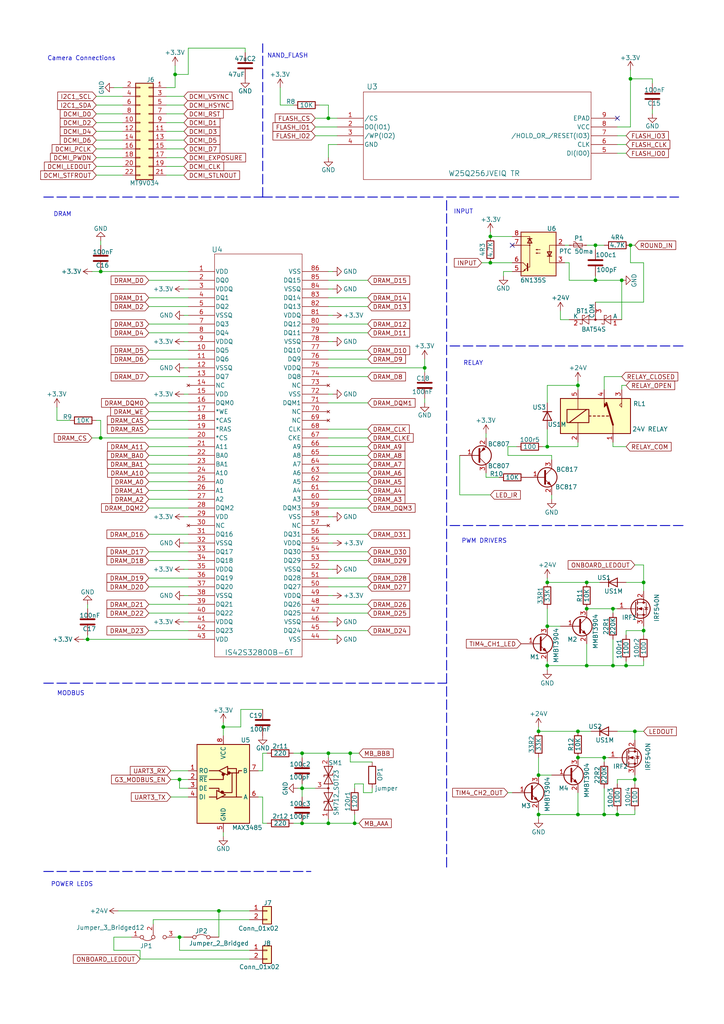
<source format=kicad_sch>
(kicad_sch (version 20231120) (generator "eeschema") (generator_version "8.0")
  (paper "A4" portrait)
  (title_block (title "Kamera Sensörü") (date "2024-07-26") (rev "ver.01") (company "Hiper Teknoloji") (comment 1 "designer@ Nevzat DURMAZ"))
  (junction (at 142.24 68.58))
  (junction (at 156.21 212.09))
  (junction (at 186.69 168.91))
  (junction (at 87.63 238.76))
  (junction (at 25.4 185.42))
  (junction (at 156.21 236.22))
  (junction (at 101.6 218.44))
  (junction (at 170.18 168.91))
  (junction (at 95.25 218.44))
  (junction (at 175.26 236.22))
  (junction (at 172.72 81.28))
  (junction (at 87.63 228.6))
  (junction (at 123.19 106.68))
  (junction (at 64.77 210.82))
  (junction (at 158.75 168.91))
  (junction (at 186.69 182.88))
  (junction (at 175.26 219.71))
  (junction (at 184.15 212.09))
  (junction (at 180.34 81.28))
  (junction (at 179.07 236.22))
  (junction (at 95.25 34.29))
  (junction (at 167.64 219.71))
  (junction (at 170.18 176.53))
  (junction (at 158.75 129.54))
  (junction (at 167.64 236.22))
  (junction (at 172.72 71.12))
  (junction (at 95.25 238.76))
  (junction (at 102.87 238.76))
  (junction (at 167.64 212.09))
  (junction (at 50.8 21.59))
  (junction (at 182.88 22.86))
  (junction (at 177.8 193.04))
  (junction (at 170.18 193.04))
  (junction (at 87.63 218.44))
  (junction (at 52.07 271.78))
  (junction (at 182.88 71.12))
  (junction (at 29.21 78.74))
  (junction (at 177.8 176.53))
  (junction (at 142.24 76.2))
  (junction (at 167.64 111.76))
  (junction (at 156.21 224.79))
  (junction (at 158.75 181.61))
  (junction (at 181.61 193.04))
  (junction (at 158.75 193.04))
  (junction (at 184.15 226.06))
  (junction (at 29.21 127))
  (junction (at 63.5 264.16))
  (junction (at 52.07 226.06))
  (no_connect (at 148.59 71.12))
  (no_connect (at 179.07 34.29))
  (wire (pts (xy 53.34 114.3) (xy 54.61 114.3)))
  (wire (pts (xy 95.25 41.91) (xy 97.79 41.91)))
  (wire (pts (xy 26.67 78.74) (xy 29.21 78.74)))
  (wire (pts (xy 165.1 81.28) (xy 172.72 81.28)))
  (wire (pts (xy 43.18 142.24) (xy 54.61 142.24)))
  (wire (pts (xy 81.28 30.48) (xy 81.28 25.4)))
  (wire (pts (xy 156.21 219.71) (xy 156.21 224.79)))
  (wire (pts (xy 140.97 137.16) (xy 140.97 138.43)))
  (wire (pts (xy 181.61 182.88) (xy 181.61 184.15)))
  (wire (pts (xy 27.94 40.64) (xy 35.56 40.64)))
  (wire (pts (xy 167.64 111.76) (xy 167.64 113.03)))
  (wire (pts (xy 106.68 132.08) (xy 95.25 132.08)))
  (wire (pts (xy 172.72 81.28) (xy 180.34 81.28)))
  (wire (pts (xy 49.53 231.14) (xy 54.61 231.14)))
  (wire (pts (xy 140.97 138.43) (xy 144.78 138.43)))
  (wire (pts (xy 64.77 210.82) (xy 64.77 213.36)))
  (wire (pts (xy 43.18 147.32) (xy 54.61 147.32)))
  (wire (pts (xy 43.18 162.56) (xy 54.61 162.56)))
  (polyline (pts (xy 12.7 198.12) (xy 129.54 198.12)) (stroke (width 0.254) (type dash)))
  (wire (pts (xy 95.25 238.76) (xy 102.87 238.76)))
  (wire (pts (xy 53.34 172.72) (xy 54.61 172.72)))
  (wire (pts (xy 50.8 19.05) (xy 50.8 21.59)))
  (wire (pts (xy 52.07 275.59) (xy 72.39 275.59)))
  (wire (pts (xy 53.34 33.02) (xy 48.26 33.02)))
  (wire (pts (xy 186.69 181.61) (xy 186.69 182.88)))
  (wire (pts (xy 156.21 236.22) (xy 167.64 236.22)))
  (wire (pts (xy 106.68 101.6) (xy 95.25 101.6)))
  (wire (pts (xy 123.19 107.95) (xy 123.19 106.68)))
  (wire (pts (xy 95.25 154.94) (xy 106.68 154.94)))
  (wire (pts (xy 156.21 224.79) (xy 160.02 224.79)))
  (wire (pts (xy 158.75 116.84) (xy 158.75 111.76)))
  (wire (pts (xy 157.48 129.54) (xy 158.75 129.54)))
  (wire (pts (xy 158.75 167.64) (xy 158.75 168.91)))
  (wire (pts (xy 184.15 212.09) (xy 184.15 214.63)))
  (wire (pts (xy 101.6 220.98) (xy 101.6 218.44)))
  (wire (pts (xy 175.26 113.03) (xy 175.26 109.22)))
  (wire (pts (xy 106.68 86.36) (xy 95.25 86.36)))
  (wire (pts (xy 43.18 88.9) (xy 54.61 88.9)))
  (wire (pts (xy 53.34 83.82) (xy 54.61 83.82)))
  (wire (pts (xy 102.87 227.33) (xy 102.87 228.6)))
  (wire (pts (xy 95.25 218.44) (xy 95.25 219.71)))
  (wire (pts (xy 25.4 184.15) (xy 25.4 185.42)))
  (wire (pts (xy 175.26 236.22) (xy 179.07 236.22)))
  (wire (pts (xy 43.18 175.26) (xy 54.61 175.26)))
  (wire (pts (xy 76.2 205.74) (xy 69.85 205.74)))
  (wire (pts (xy 170.18 186.69) (xy 170.18 193.04)))
  (wire (pts (xy 156.21 212.09) (xy 167.64 212.09)))
  (wire (pts (xy 27.94 33.02) (xy 35.56 33.02)))
  (wire (pts (xy 106.68 137.16) (xy 95.25 137.16)))
  (wire (pts (xy 64.77 241.3) (xy 64.77 242.57)))
  (wire (pts (xy 43.18 96.52) (xy 54.61 96.52)))
  (wire (pts (xy 158.75 111.76) (xy 167.64 111.76)))
  (wire (pts (xy 142.24 68.58) (xy 148.59 68.58)))
  (wire (pts (xy 71.12 15.24) (xy 71.12 13.97)))
  (wire (pts (xy 52.07 226.06) (xy 52.07 228.6)))
  (wire (pts (xy 29.21 69.85) (xy 29.21 71.12)))
  (wire (pts (xy 146.05 78.74) (xy 146.05 80.01)))
  (wire (pts (xy 175.26 228.6) (xy 175.26 236.22)))
  (wire (pts (xy 175.26 219.71) (xy 176.53 219.71)))
  (wire (pts (xy 95.25 218.44) (xy 101.6 218.44)))
  (wire (pts (xy 53.34 45.72) (xy 48.26 45.72)))
  (wire (pts (xy 54.61 13.97) (xy 54.61 21.59)))
  (wire (pts (xy 182.88 36.83) (xy 179.07 36.83)))
  (wire (pts (xy 106.68 104.14) (xy 95.25 104.14)))
  (wire (pts (xy 16.51 121.92) (xy 16.51 118.11)))
  (wire (pts (xy 85.09 30.48) (xy 81.28 30.48)))
  (wire (pts (xy 43.18 81.28) (xy 54.61 81.28)))
  (wire (pts (xy 189.23 22.86) (xy 189.23 24.13)))
  (wire (pts (xy 27.94 121.92) (xy 29.21 121.92)))
  (wire (pts (xy 186.69 163.83) (xy 184.15 163.83)))
  (wire (pts (xy 165.1 76.2) (xy 165.1 81.28)))
  (wire (pts (xy 43.18 160.02) (xy 54.61 160.02)))
  (wire (pts (xy 186.69 168.91) (xy 186.69 171.45)))
  (wire (pts (xy 76.2 223.52) (xy 76.2 218.44)))
  (wire (pts (xy 180.34 113.03) (xy 180.34 111.76)))
  (wire (pts (xy 29.21 127) (xy 54.61 127)))
  (wire (pts (xy 106.68 144.78) (xy 95.25 144.78)))
  (wire (pts (xy 69.85 210.82) (xy 64.77 210.82)))
  (wire (pts (xy 24.13 185.42) (xy 25.4 185.42)))
  (wire (pts (xy 54.61 223.52) (xy 49.53 223.52)))
  (wire (pts (xy 170.18 168.91) (xy 173.99 168.91)))
  (wire (pts (xy 147.32 229.87) (xy 148.59 229.87)))
  (wire (pts (xy 172.72 71.12) (xy 175.26 71.12)))
  (wire (pts (xy 27.94 45.72) (xy 35.56 45.72)))
  (wire (pts (xy 158.75 181.61) (xy 162.56 181.61)))
  (wire (pts (xy 43.18 93.98) (xy 54.61 93.98)))
  (wire (pts (xy 106.68 81.28) (xy 95.25 81.28)))
  (wire (pts (xy 20.32 121.92) (xy 16.51 121.92)))
  (wire (pts (xy 184.15 234.95) (xy 184.15 236.22)))
  (wire (pts (xy 27.94 48.26) (xy 35.56 48.26)))
  (wire (pts (xy 95.25 182.88) (xy 106.68 182.88)))
  (wire (pts (xy 186.69 182.88) (xy 186.69 184.15)))
  (wire (pts (xy 43.18 177.8) (xy 54.61 177.8)))
  (wire (pts (xy 53.34 149.86) (xy 54.61 149.86)))
  (wire (pts (xy 40.64 278.13) (xy 40.64 275.59)))
  (polyline (pts (xy 198.12 152.4) (xy 129.54 152.4)) (stroke (width 0.254) (type dash)))
  (wire (pts (xy 76.2 238.76) (xy 77.47 238.76)))
  (wire (pts (xy 33.02 275.59) (xy 33.02 271.78)))
  (wire (pts (xy 27.94 27.94) (xy 35.56 27.94)))
  (wire (pts (xy 43.18 104.14) (xy 54.61 104.14)))
  (wire (pts (xy 95.25 45.72) (xy 95.25 41.91)))
  (wire (pts (xy 142.24 143.51) (xy 133.35 143.51)))
  (wire (pts (xy 186.69 76.2) (xy 186.69 87.63)))
  (wire (pts (xy 54.61 21.59) (xy 50.8 21.59)))
  (wire (pts (xy 182.88 22.86) (xy 182.88 36.83)))
  (wire (pts (xy 50.8 21.59) (xy 50.8 25.4)))
  (wire (pts (xy 95.25 106.68) (xy 123.19 106.68)))
  (wire (pts (xy 63.5 264.16) (xy 72.39 264.16)))
  (wire (pts (xy 107.95 228.6) (xy 107.95 229.87)))
  (wire (pts (xy 44.45 266.7) (xy 44.45 267.97)))
  (wire (pts (xy 177.8 129.54) (xy 181.61 129.54)))
  (wire (pts (xy 43.18 129.54) (xy 54.61 129.54)))
  (wire (pts (xy 43.18 121.92) (xy 54.61 121.92)))
  (wire (pts (xy 27.94 50.8) (xy 35.56 50.8)))
  (wire (pts (xy 29.21 121.92) (xy 29.21 127)))
  (wire (pts (xy 106.68 139.7) (xy 95.25 139.7)))
  (wire (pts (xy 158.75 193.04) (xy 170.18 193.04)))
  (wire (pts (xy 95.25 177.8) (xy 106.68 177.8)))
  (wire (pts (xy 184.15 212.09) (xy 186.69 212.09)))
  (wire (pts (xy 43.18 132.08) (xy 54.61 132.08)))
  (wire (pts (xy 179.07 226.06) (xy 179.07 227.33)))
  (wire (pts (xy 43.18 116.84) (xy 54.61 116.84)))
  (wire (pts (xy 156.21 236.22) (xy 156.21 237.49)))
  (wire (pts (xy 175.26 219.71) (xy 175.26 220.98)))
  (wire (pts (xy 172.72 87.63) (xy 186.69 87.63)))
  (wire (pts (xy 182.88 71.12) (xy 184.15 71.12)))
  (wire (pts (xy 87.63 228.6) (xy 87.63 231.14)))
  (wire (pts (xy 167.64 236.22) (xy 175.26 236.22)))
  (wire (pts (xy 52.07 226.06) (xy 54.61 226.06)))
  (wire (pts (xy 179.07 212.09) (xy 184.15 212.09)))
  (wire (pts (xy 162.56 92.71) (xy 165.1 92.71)))
  (wire (pts (xy 106.68 93.98) (xy 95.25 93.98)))
  (wire (pts (xy 184.15 226.06) (xy 184.15 227.33)))
  (wire (pts (xy 180.34 81.28) (xy 180.34 92.71)))
  (wire (pts (xy 186.69 163.83) (xy 186.69 168.91)))
  (wire (pts (xy 71.12 13.97) (xy 54.61 13.97)))
  (wire (pts (xy 186.69 191.77) (xy 186.69 193.04)))
  (wire (pts (xy 76.2 218.44) (xy 77.47 218.44)))
  (wire (pts (xy 87.63 218.44) (xy 95.25 218.44)))
  (wire (pts (xy 96.52 99.06) (xy 95.25 99.06)))
  (wire (pts (xy 91.44 39.37) (xy 97.79 39.37)))
  (wire (pts (xy 53.34 30.48) (xy 48.26 30.48)))
  (wire (pts (xy 43.18 86.36) (xy 54.61 86.36)))
  (wire (pts (xy 179.07 226.06) (xy 184.15 226.06)))
  (wire (pts (xy 29.21 78.74) (xy 54.61 78.74)))
  (wire (pts (xy 53.34 157.48) (xy 54.61 157.48)))
  (wire (pts (xy 170.18 193.04) (xy 177.8 193.04)))
  (wire (pts (xy 34.29 264.16) (xy 63.5 264.16)))
  (wire (pts (xy 147.32 132.08) (xy 160.02 132.08)))
  (wire (pts (xy 158.75 191.77) (xy 158.75 193.04)))
  (wire (pts (xy 27.94 35.56) (xy 35.56 35.56)))
  (wire (pts (xy 53.34 43.18) (xy 48.26 43.18)))
  (wire (pts (xy 147.32 129.54) (xy 147.32 132.08)))
  (wire (pts (xy 167.64 129.54) (xy 167.64 128.27)))
  (wire (pts (xy 177.8 193.04) (xy 181.61 193.04)))
  (wire (pts (xy 43.18 154.94) (xy 54.61 154.94)))
  (wire (pts (xy 182.88 20.32) (xy 182.88 22.86)))
  (wire (pts (xy 177.8 185.42) (xy 177.8 193.04)))
  (wire (pts (xy 175.26 109.22) (xy 180.34 109.22)))
  (wire (pts (xy 101.6 218.44) (xy 104.14 218.44)))
  (wire (pts (xy 53.34 27.94) (xy 48.26 27.94)))
  (wire (pts (xy 91.44 34.29) (xy 95.25 34.29)))
  (wire (pts (xy 165.1 71.12) (xy 163.83 71.12)))
  (wire (pts (xy 160.02 132.08) (xy 160.02 133.35)))
  (wire (pts (xy 50.8 25.4) (xy 48.26 25.4)))
  (wire (pts (xy 53.34 180.34) (xy 54.61 180.34)))
  (wire (pts (xy 87.63 238.76) (xy 95.25 238.76)))
  (wire (pts (xy 43.18 139.7) (xy 54.61 139.7)))
  (wire (pts (xy 76.2 231.14) (xy 76.2 238.76)))
  (wire (pts (xy 53.34 99.06) (xy 54.61 99.06)))
  (wire (pts (xy 91.44 36.83) (xy 97.79 36.83)))
  (wire (pts (xy 26.67 127) (xy 29.21 127)))
  (wire (pts (xy 160.02 144.78) (xy 160.02 143.51)))
  (wire (pts (xy 165.1 76.2) (xy 163.83 76.2)))
  (wire (pts (xy 43.18 182.88) (xy 54.61 182.88)))
  (wire (pts (xy 43.18 137.16) (xy 54.61 137.16)))
  (wire (pts (xy 186.69 76.2) (xy 182.88 76.2)))
  (wire (pts (xy 181.61 39.37) (xy 179.07 39.37)))
  (wire (pts (xy 105.41 229.87) (xy 105.41 227.33)))
  (wire (pts (xy 87.63 227.33) (xy 87.63 228.6)))
  (polyline (pts (xy 129.54 198.12) (xy 129.54 57.404)) (stroke (width 0.254) (type dash)))
  (wire (pts (xy 167.64 219.71) (xy 175.26 219.71)))
  (wire (pts (xy 40.64 278.13) (xy 72.39 278.13)))
  (wire (pts (xy 91.44 228.6) (xy 87.63 228.6)))
  (wire (pts (xy 177.8 129.54) (xy 177.8 128.27)))
  (wire (pts (xy 170.18 71.12) (xy 172.72 71.12)))
  (wire (pts (xy 147.32 129.54) (xy 149.86 129.54)))
  (wire (pts (xy 96.52 149.86) (xy 95.25 149.86)))
  (wire (pts (xy 140.97 125.73) (xy 140.97 127)))
  (wire (pts (xy 139.7 76.2) (xy 142.24 76.2)))
  (wire (pts (xy 49.53 226.06) (xy 52.07 226.06)))
  (wire (pts (xy 167.64 110.49) (xy 167.64 111.76)))
  (wire (pts (xy 158.75 193.04) (xy 158.75 194.31)))
  (wire (pts (xy 102.87 236.22) (xy 102.87 238.76)))
  (wire (pts (xy 181.61 191.77) (xy 181.61 193.04)))
  (wire (pts (xy 102.87 238.76) (xy 104.14 238.76)))
  (wire (pts (xy 53.34 35.56) (xy 48.26 35.56)))
  (wire (pts (xy 106.68 127) (xy 95.25 127)))
  (polyline (pts (xy 12.7 57.15) (xy 76.2 57.15)) (stroke (width 0.254) (type dash)))
  (wire (pts (xy 179.07 236.22) (xy 184.15 236.22)))
  (wire (pts (xy 85.09 218.44) (xy 87.63 218.44)))
  (wire (pts (xy 43.18 170.18) (xy 54.61 170.18)))
  (wire (pts (xy 43.18 134.62) (xy 54.61 134.62)))
  (wire (pts (xy 74.93 223.52) (xy 76.2 223.52)))
  (wire (pts (xy 92.71 30.48) (xy 95.25 30.48)))
  (wire (pts (xy 85.09 238.76) (xy 87.63 238.76)))
  (wire (pts (xy 158.75 176.53) (xy 158.75 181.61)))
  (wire (pts (xy 96.52 157.48) (xy 95.25 157.48)))
  (wire (pts (xy 106.68 147.32) (xy 95.25 147.32)))
  (wire (pts (xy 86.36 228.6) (xy 87.63 228.6)))
  (wire (pts (xy 95.25 170.18) (xy 106.68 170.18)))
  (wire (pts (xy 53.34 91.44) (xy 54.61 91.44)))
  (wire (pts (xy 43.18 144.78) (xy 54.61 144.78)))
  (polyline (pts (xy 129.54 251.46) (xy 129.54 198.12)) (stroke (width 0.254) (type dash)))
  (wire (pts (xy 142.24 76.2) (xy 148.59 76.2)))
  (wire (pts (xy 96.52 172.72) (xy 95.25 172.72)))
  (wire (pts (xy 43.18 101.6) (xy 54.61 101.6)))
  (wire (pts (xy 189.23 33.02) (xy 189.23 31.75)))
  (wire (pts (xy 43.18 124.46) (xy 54.61 124.46)))
  (wire (pts (xy 53.34 48.26) (xy 48.26 48.26)))
  (wire (pts (xy 177.8 176.53) (xy 177.8 177.8)))
  (wire (pts (xy 180.34 111.76) (xy 181.61 111.76)))
  (wire (pts (xy 96.52 114.3) (xy 95.25 114.3)))
  (wire (pts (xy 133.35 143.51) (xy 133.35 132.08)))
  (wire (pts (xy 181.61 193.04) (xy 186.69 193.04)))
  (wire (pts (xy 33.02 25.4) (xy 35.56 25.4)))
  (wire (pts (xy 156.21 210.82) (xy 156.21 212.09)))
  (wire (pts (xy 95.25 162.56) (xy 106.68 162.56)))
  (wire (pts (xy 142.24 67.31) (xy 142.24 68.58)))
  (wire (pts (xy 27.94 30.48) (xy 35.56 30.48)))
  (polyline (pts (xy 76.2 57.15) (xy 76.2 12.7)) (stroke (width 0.254) (type dash)))
  (wire (pts (xy 25.4 185.42) (xy 54.61 185.42)))
  (wire (pts (xy 105.41 227.33) (xy 102.87 227.33)))
  (wire (pts (xy 43.18 119.38) (xy 54.61 119.38)))
  (wire (pts (xy 53.34 165.1) (xy 54.61 165.1)))
  (wire (pts (xy 148.59 78.74) (xy 146.05 78.74)))
  (wire (pts (xy 181.61 41.91) (xy 179.07 41.91)))
  (wire (pts (xy 33.02 271.78) (xy 38.1 271.78)))
  (polyline (pts (xy 198.12 100.33) (xy 129.54 100.33)) (stroke (width 0.254) (type dash)))
  (wire (pts (xy 167.64 229.87) (xy 167.64 236.22)))
  (polyline (pts (xy 12.7 252.73) (xy 90.17 252.73)) (stroke (width 0.254) (type dash)))
  (wire (pts (xy 158.75 124.46) (xy 158.75 129.54)))
  (wire (pts (xy 156.21 234.95) (xy 156.21 236.22)))
  (wire (pts (xy 27.94 43.18) (xy 35.56 43.18)))
  (wire (pts (xy 184.15 224.79) (xy 184.15 226.06)))
  (wire (pts (xy 69.85 205.74) (xy 69.85 210.82)))
  (wire (pts (xy 43.18 167.64) (xy 54.61 167.64)))
  (wire (pts (xy 179.07 234.95) (xy 179.07 236.22)))
  (wire (pts (xy 53.34 106.68) (xy 54.61 106.68)))
  (wire (pts (xy 87.63 218.44) (xy 87.63 219.71)))
  (wire (pts (xy 95.25 175.26) (xy 106.68 175.26)))
  (wire (pts (xy 106.68 142.24) (xy 95.25 142.24)))
  (wire (pts (xy 182.88 76.2) (xy 182.88 71.12)))
  (wire (pts (xy 95.25 34.29) (xy 97.79 34.29)))
  (wire (pts (xy 96.52 185.42) (xy 95.25 185.42)))
  (wire (pts (xy 52.07 271.78) (xy 53.34 271.78)))
  (wire (pts (xy 52.07 275.59) (xy 52.07 271.78)))
  (wire (pts (xy 172.72 72.39) (xy 172.72 71.12)))
  (wire (pts (xy 52.07 271.78) (xy 50.8 271.78)))
  (wire (pts (xy 40.64 275.59) (xy 33.02 275.59)))
  (wire (pts (xy 177.8 176.53) (xy 179.07 176.53)))
  (wire (pts (xy 107.95 220.98) (xy 101.6 220.98)))
  (wire (pts (xy 158.75 129.54) (xy 167.64 129.54)))
  (wire (pts (xy 106.68 124.46) (xy 95.25 124.46)))
  (wire (pts (xy 123.19 116.84) (xy 123.19 115.57)))
  (wire (pts (xy 106.68 88.9) (xy 95.25 88.9)))
  (wire (pts (xy 106.68 109.22) (xy 95.25 109.22)))
  (wire (pts (xy 181.61 44.45) (xy 179.07 44.45)))
  (wire (pts (xy 181.61 168.91) (xy 186.69 168.91)))
  (wire (pts (xy 106.68 96.52) (xy 95.25 96.52)))
  (wire (pts (xy 96.52 180.34) (xy 95.25 180.34)))
  (wire (pts (xy 96.52 83.82) (xy 95.25 83.82)))
  (wire (pts (xy 53.34 50.8) (xy 48.26 50.8)))
  (wire (pts (xy 106.68 116.84) (xy 95.25 116.84)))
  (wire (pts (xy 72.39 266.7) (xy 44.45 266.7)))
  (wire (pts (xy 95.25 167.64) (xy 106.68 167.64)))
  (wire (pts (xy 182.88 22.86) (xy 189.23 22.86)))
  (wire (pts (xy 74.93 231.14) (xy 76.2 231.14)))
  (wire (pts (xy 53.34 40.64) (xy 48.26 40.64)))
  (wire (pts (xy 52.07 228.6) (xy 54.61 228.6)))
  (wire (pts (xy 106.68 134.62) (xy 95.25 134.62)))
  (wire (pts (xy 158.75 168.91) (xy 170.18 168.91)))
  (wire (pts (xy 27.94 38.1) (xy 35.56 38.1)))
  (wire (pts (xy 123.19 104.14) (xy 123.19 106.68)))
  (wire (pts (xy 96.52 78.74) (xy 95.25 78.74)))
  (wire (pts (xy 167.64 212.09) (xy 171.45 212.09)))
  (wire (pts (xy 25.4 175.26) (xy 25.4 176.53)))
  (wire (pts (xy 181.61 182.88) (xy 186.69 182.88)))
  (polyline (pts (xy 76.2 57.15) (xy 196.85 57.15)) (stroke (width 0.254) (type dash)))
  (wire (pts (xy 95.25 30.48) (xy 95.25 34.29)))
  (wire (pts (xy 43.18 109.22) (xy 54.61 109.22)))
  (wire (pts (xy 170.18 176.53) (xy 177.8 176.53)))
  (wire (pts (xy 107.95 229.87) (xy 105.41 229.87)))
  (wire (pts (xy 95.25 237.49) (xy 95.25 238.76)))
  (wire (pts (xy 53.34 38.1) (xy 48.26 38.1)))
  (wire (pts (xy 95.25 160.02) (xy 106.68 160.02)))
  (wire (pts (xy 96.52 91.44) (xy 95.25 91.44)))
  (wire (pts (xy 162.56 92.71) (xy 162.56 90.17)))
  (wire (pts (xy 96.52 165.1) (xy 95.25 165.1)))
  (wire (pts (xy 172.72 81.28) (xy 172.72 80.01)))
  (wire (pts (xy 64.77 209.55) (xy 64.77 210.82)))
  (wire (pts (xy 106.68 129.54) (xy 95.25 129.54)))
  (wire (pts (xy 63.5 264.16) (xy 63.5 271.78)))
  (text "Camera Connections" (at 13.716 17.78 0) (effects (font (size 1.27 1.27)) (justify left bottom)))
  (text "NAND_FLASH" (at 77.47 17.018 0) (effects (font (size 1.27 1.27)) (justify left bottom)))
  (text "RELAY" (at 134.366 106.172 0) (effects (font (size 1.27 1.27)) (justify left bottom)))
  (text "PWM DRIVERS" (at 133.858 157.734 0) (effects (font (size 1.27 1.27)) (justify left bottom)))
  (text "MODBUS" (at 16.51 201.93 0) (effects (font (size 1.27 1.27)) (justify left bottom)))
  (text "INPUT" (at 131.572 62.23 0) (effects (font (size 1.27 1.27)) (justify left bottom)))
  (text "POWER LEDS" (at 14.732 257.302 0) (effects (font (size 1.27 1.27)) (justify left bottom)))
  (text "DRAM" (at 15.494 62.992 0) (effects (font (size 1.27 1.27)) (justify left bottom)))
  (global_label "DRAM_A9" (shape input) (at 106.68 129.54 0) (property "Intersheetrefs" "${INTERSHEET_REFS}" (effects (hide yes))))
  (global_label "DCMI_D7" (shape input) (at 53.34 43.18 0) (property "Intersheetrefs" "${INTERSHEET_REFS}" (effects (hide yes))))
  (global_label "DCMI_STFROUT" (shape input) (at 27.94 50.8 180) (property "Intersheetrefs" "${INTERSHEET_REFS}" (effects (hide yes))))
  (global_label "DRAM_RAS" (shape input) (at 43.18 124.46 180) (property "Intersheetrefs" "${INTERSHEET_REFS}" (effects (hide yes))))
  (global_label "DRAM_BA1" (shape input) (at 43.18 134.62 180) (property "Intersheetrefs" "${INTERSHEET_REFS}" (effects (hide yes))))
  (global_label "DRAM_CAS" (shape input) (at 43.18 121.92 180) (property "Intersheetrefs" "${INTERSHEET_REFS}" (effects (hide yes))))
  (global_label "DCMI_D2" (shape input) (at 27.94 35.56 180) (property "Intersheetrefs" "${INTERSHEET_REFS}" (effects (hide yes))))
  (global_label "DRAM_A8" (shape input) (at 106.68 132.08 0) (property "Intersheetrefs" "${INTERSHEET_REFS}" (effects (hide yes))))
  (global_label "ONBOARD_LEDOUT" (shape input) (at 184.15 163.83 180) (property "Intersheetrefs" "${INTERSHEET_REFS}" (effects (hide yes))))
  (global_label "DRAM_D6" (shape input) (at 43.18 104.14 180) (property "Intersheetrefs" "${INTERSHEET_REFS}" (effects (hide yes))))
  (global_label "DRAM_D9" (shape input) (at 106.68 104.14 0) (property "Intersheetrefs" "${INTERSHEET_REFS}" (effects (hide yes))))
  (global_label "MB_AAA" (shape input) (at 104.14 238.76 0) (property "Intersheetrefs" "${INTERSHEET_REFS}" (effects (hide yes))))
  (global_label "DCMI_D1" (shape input) (at 53.34 35.56 0) (property "Intersheetrefs" "${INTERSHEET_REFS}" (effects (hide yes))))
  (global_label "DRAM_D21" (shape input) (at 43.18 175.26 180) (property "Intersheetrefs" "${INTERSHEET_REFS}" (effects (hide yes))))
  (global_label "DRAM_D19" (shape input) (at 43.18 167.64 180) (property "Intersheetrefs" "${INTERSHEET_REFS}" (effects (hide yes))))
  (global_label "DCMI_VSYNC" (shape input) (at 53.34 27.94 0) (property "Intersheetrefs" "${INTERSHEET_REFS}" (effects (hide yes))))
  (global_label "DRAM_D24" (shape input) (at 106.68 182.88 0) (property "Intersheetrefs" "${INTERSHEET_REFS}" (effects (hide yes))))
  (global_label "DRAM_D20" (shape input) (at 43.18 170.18 180) (property "Intersheetrefs" "${INTERSHEET_REFS}" (effects (hide yes))))
  (global_label "TIM4_CH1_LED" (shape input) (at 151.13 186.69 180) (property "Intersheetrefs" "${INTERSHEET_REFS}" (effects (hide yes))))
  (global_label "DRAM_D4" (shape input) (at 43.18 96.52 180) (property "Intersheetrefs" "${INTERSHEET_REFS}" (effects (hide yes))))
  (global_label "DRAM_D12" (shape input) (at 106.68 93.98 0) (property "Intersheetrefs" "${INTERSHEET_REFS}" (effects (hide yes))))
  (global_label "DRAM_BA0" (shape input) (at 43.18 132.08 180) (property "Intersheetrefs" "${INTERSHEET_REFS}" (effects (hide yes))))
  (global_label "DRAM_A2" (shape input) (at 43.18 144.78 180) (property "Intersheetrefs" "${INTERSHEET_REFS}" (effects (hide yes))))
  (global_label "G3_MODBUS_EN" (shape input) (at 49.53 226.06 180) (property "Intersheetrefs" "${INTERSHEET_REFS}" (effects (hide yes))))
  (global_label "DRAM_D0" (shape input) (at 43.18 81.28 180) (property "Intersheetrefs" "${INTERSHEET_REFS}" (effects (hide yes))))
  (global_label "FLASH_IO3" (shape input) (at 181.61 39.37 0) (property "Intersheetrefs" "${INTERSHEET_REFS}" (effects (hide yes))))
  (global_label "DRAM_DQM2" (shape input) (at 43.18 147.32 180) (property "Intersheetrefs" "${INTERSHEET_REFS}" (effects (hide yes))))
  (global_label "DRAM_A5" (shape input) (at 106.68 139.7 0) (property "Intersheetrefs" "${INTERSHEET_REFS}" (effects (hide yes))))
  (global_label "DRAM_CLKE" (shape input) (at 106.68 127 0) (property "Intersheetrefs" "${INTERSHEET_REFS}" (effects (hide yes))))
  (global_label "RELAY_CLOSED" (shape input) (at 180.34 109.22 0) (property "Intersheetrefs" "${INTERSHEET_REFS}" (effects (hide yes))))
  (global_label "DCMI_D3" (shape input) (at 53.34 38.1 0) (property "Intersheetrefs" "${INTERSHEET_REFS}" (effects (hide yes))))
  (global_label "FLASH_IO0" (shape input) (at 181.61 44.45 0) (property "Intersheetrefs" "${INTERSHEET_REFS}" (effects (hide yes))))
  (global_label "FLASH_IO2" (shape input) (at 91.44 39.37 180) (property "Intersheetrefs" "${INTERSHEET_REFS}" (effects (hide yes))))
  (global_label "FLASH_CS" (shape input) (at 91.44 34.29 180) (property "Intersheetrefs" "${INTERSHEET_REFS}" (effects (hide yes))))
  (global_label "TIM4_CH2_OUT" (shape input) (at 147.32 229.87 180) (property "Intersheetrefs" "${INTERSHEET_REFS}" (effects (hide yes))))
  (global_label "DRAM_A6" (shape input) (at 106.68 137.16 0) (property "Intersheetrefs" "${INTERSHEET_REFS}" (effects (hide yes))))
  (global_label "DRAM_CS" (shape input) (at 26.67 127 180) (property "Intersheetrefs" "${INTERSHEET_REFS}" (effects (hide yes))))
  (global_label "DRAM_D30" (shape input) (at 106.68 160.02 0) (property "Intersheetrefs" "${INTERSHEET_REFS}" (effects (hide yes))))
  (global_label "DCMI_EXPOSURE" (shape input) (at 53.34 45.72 0) (property "Intersheetrefs" "${INTERSHEET_REFS}" (effects (hide yes))))
  (global_label "DRAM_D5" (shape input) (at 43.18 101.6 180) (property "Intersheetrefs" "${INTERSHEET_REFS}" (effects (hide yes))))
  (global_label "DCMI_RST" (shape input) (at 53.34 33.02 0) (property "Intersheetrefs" "${INTERSHEET_REFS}" (effects (hide yes))))
  (global_label "DRAM_D7" (shape input) (at 43.18 109.22 180) (property "Intersheetrefs" "${INTERSHEET_REFS}" (effects (hide yes))))
  (global_label "DRAM_DQM1" (shape input) (at 106.68 116.84 0) (property "Intersheetrefs" "${INTERSHEET_REFS}" (effects (hide yes))))
  (global_label "DCMI_STLNOUT" (shape input) (at 53.34 50.8 0) (property "Intersheetrefs" "${INTERSHEET_REFS}" (effects (hide yes))))
  (global_label "DCMI_CLK" (shape input) (at 53.34 48.26 0) (property "Intersheetrefs" "${INTERSHEET_REFS}" (effects (hide yes))))
  (global_label "UART3_RX" (shape input) (at 49.53 223.52 180) (property "Intersheetrefs" "${INTERSHEET_REFS}" (effects (hide yes))))
  (global_label "ROUND_IN" (shape input) (at 184.15 71.12 0) (property "Intersheetrefs" "${INTERSHEET_REFS}" (effects (hide yes))))
  (global_label "DCMI_PWDN" (shape input) (at 27.94 45.72 180) (property "Intersheetrefs" "${INTERSHEET_REFS}" (effects (hide yes))))
  (global_label "DCMI_D4" (shape input) (at 27.94 38.1 180) (property "Intersheetrefs" "${INTERSHEET_REFS}" (effects (hide yes))))
  (global_label "DRAM_DQM3" (shape input) (at 106.68 147.32 0) (property "Intersheetrefs" "${INTERSHEET_REFS}" (effects (hide yes))))
  (global_label "ONBOARD_LEDOUT" (shape input) (at 40.64 278.13 180) (property "Intersheetrefs" "${INTERSHEET_REFS}" (effects (hide yes))))
  (global_label "DRAM_D22" (shape input) (at 43.18 177.8 180) (property "Intersheetrefs" "${INTERSHEET_REFS}" (effects (hide yes))))
  (global_label "DRAM_A11" (shape input) (at 43.18 129.54 180) (property "Intersheetrefs" "${INTERSHEET_REFS}" (effects (hide yes))))
  (global_label "DRAM_DQM0" (shape input) (at 43.18 116.84 180) (property "Intersheetrefs" "${INTERSHEET_REFS}" (effects (hide yes))))
  (global_label "I2C1_SDA" (shape input) (at 27.94 30.48 180) (property "Intersheetrefs" "${INTERSHEET_REFS}" (effects (hide yes))))
  (global_label "LEDOUT" (shape input) (at 186.69 212.09 0) (property "Intersheetrefs" "${INTERSHEET_REFS}" (effects (hide yes))))
  (global_label "DRAM_D23" (shape input) (at 43.18 182.88 180) (property "Intersheetrefs" "${INTERSHEET_REFS}" (effects (hide yes))))
  (global_label "DRAM_WE" (shape input) (at 43.18 119.38 180) (property "Intersheetrefs" "${INTERSHEET_REFS}" (effects (hide yes))))
  (global_label "DCMI_PCLK" (shape input) (at 27.94 43.18 180) (property "Intersheetrefs" "${INTERSHEET_REFS}" (effects (hide yes))))
  (global_label "DRAM_A10" (shape input) (at 43.18 137.16 180) (property "Intersheetrefs" "${INTERSHEET_REFS}" (effects (hide yes))))
  (global_label "DRAM_D11" (shape input) (at 106.68 96.52 0) (property "Intersheetrefs" "${INTERSHEET_REFS}" (effects (hide yes))))
  (global_label "DRAM_D3" (shape input) (at 43.18 93.98 180) (property "Intersheetrefs" "${INTERSHEET_REFS}" (effects (hide yes))))
  (global_label "DRAM_A3" (shape input) (at 106.68 144.78 0) (property "Intersheetrefs" "${INTERSHEET_REFS}" (effects (hide yes))))
  (global_label "DCMI_D0" (shape input) (at 27.94 33.02 180) (property "Intersheetrefs" "${INTERSHEET_REFS}" (effects (hide yes))))
  (global_label "DRAM_D18" (shape input) (at 43.18 162.56 180) (property "Intersheetrefs" "${INTERSHEET_REFS}" (effects (hide yes))))
  (global_label "INPUT" (shape input) (at 139.7 76.2 180) (property "Intersheetrefs" "${INTERSHEET_REFS}" (effects (hide yes))))
  (global_label "DRAM_A1" (shape input) (at 43.18 142.24 180) (property "Intersheetrefs" "${INTERSHEET_REFS}" (effects (hide yes))))
  (global_label "RELAY_COM" (shape input) (at 181.61 129.54 0) (property "Intersheetrefs" "${INTERSHEET_REFS}" (effects (hide yes))))
  (global_label "DCMI_HSYNC" (shape input) (at 53.34 30.48 0) (property "Intersheetrefs" "${INTERSHEET_REFS}" (effects (hide yes))))
  (global_label "DRAM_D31" (shape input) (at 106.68 154.94 0) (property "Intersheetrefs" "${INTERSHEET_REFS}" (effects (hide yes))))
  (global_label "UART3_TX" (shape input) (at 49.53 231.14 180) (property "Intersheetrefs" "${INTERSHEET_REFS}" (effects (hide yes))))
  (global_label "DCMI_LEDOUT" (shape input) (at 27.94 48.26 180) (property "Intersheetrefs" "${INTERSHEET_REFS}" (effects (hide yes))))
  (global_label "DRAM_A7" (shape input) (at 106.68 134.62 0) (property "Intersheetrefs" "${INTERSHEET_REFS}" (effects (hide yes))))
  (global_label "DRAM_D2" (shape input) (at 43.18 88.9 180) (property "Intersheetrefs" "${INTERSHEET_REFS}" (effects (hide yes))))
  (global_label "FLASH_IO1" (shape input) (at 91.44 36.83 180) (property "Intersheetrefs" "${INTERSHEET_REFS}" (effects (hide yes))))
  (global_label "DRAM_D16" (shape input) (at 43.18 154.94 180) (property "Intersheetrefs" "${INTERSHEET_REFS}" (effects (hide yes))))
  (global_label "DRAM_D10" (shape input) (at 106.68 101.6 0) (property "Intersheetrefs" "${INTERSHEET_REFS}" (effects (hide yes))))
  (global_label "DRAM_D15" (shape input) (at 106.68 81.28 0) (property "Intersheetrefs" "${INTERSHEET_REFS}" (effects (hide yes))))
  (global_label "DRAM_D26" (shape input) (at 106.68 175.26 0) (property "Intersheetrefs" "${INTERSHEET_REFS}" (effects (hide yes))))
  (global_label "DCMI_D5" (shape input) (at 53.34 40.64 0) (property "Intersheetrefs" "${INTERSHEET_REFS}" (effects (hide yes))))
  (global_label "DRAM_CLK" (shape input) (at 106.68 124.46 0) (property "Intersheetrefs" "${INTERSHEET_REFS}" (effects (hide yes))))
  (global_label "DCMI_D6" (shape input) (at 27.94 40.64 180) (property "Intersheetrefs" "${INTERSHEET_REFS}" (effects (hide yes))))
  (global_label "DRAM_D13" (shape input) (at 106.68 88.9 0) (property "Intersheetrefs" "${INTERSHEET_REFS}" (effects (hide yes))))
  (global_label "DRAM_D14" (shape input) (at 106.68 86.36 0) (property "Intersheetrefs" "${INTERSHEET_REFS}" (effects (hide yes))))
  (global_label "DRAM_D25" (shape input) (at 106.68 177.8 0) (property "Intersheetrefs" "${INTERSHEET_REFS}" (effects (hide yes))))
  (global_label "DRAM_D17" (shape input) (at 43.18 160.02 180) (property "Intersheetrefs" "${INTERSHEET_REFS}" (effects (hide yes))))
  (global_label "DRAM_D28" (shape input) (at 106.68 167.64 0) (property "Intersheetrefs" "${INTERSHEET_REFS}" (effects (hide yes))))
  (global_label "DRAM_A4" (shape input) (at 106.68 142.24 0) (property "Intersheetrefs" "${INTERSHEET_REFS}" (effects (hide yes))))
  (global_label "RELAY_OPEN" (shape input) (at 181.61 111.76 0) (property "Intersheetrefs" "${INTERSHEET_REFS}" (effects (hide yes))))
  (global_label "DRAM_A0" (shape input) (at 43.18 139.7 180) (property "Intersheetrefs" "${INTERSHEET_REFS}" (effects (hide yes))))
  (global_label "DRAM_D1" (shape input) (at 43.18 86.36 180) (property "Intersheetrefs" "${INTERSHEET_REFS}" (effects (hide yes))))
  (global_label "LED_IR" (shape input) (at 142.24 143.51 0) (property "Intersheetrefs" "${INTERSHEET_REFS}" (effects (hide yes))))
  (global_label "DRAM_D29" (shape input) (at 106.68 162.56 0) (property "Intersheetrefs" "${INTERSHEET_REFS}" (effects (hide yes))))
  (global_label "DRAM_D27" (shape input) (at 106.68 170.18 0) (property "Intersheetrefs" "${INTERSHEET_REFS}" (effects (hide yes))))
  (global_label "I2C1_SCL" (shape input) (at 27.94 27.94 180) (property "Intersheetrefs" "${INTERSHEET_REFS}" (effects (hide yes))))
  (global_label "MB_BBB" (shape input) (at 104.14 218.44 0) (property "Intersheetrefs" "${INTERSHEET_REFS}" (effects (hide yes))))
  (global_label "DRAM_D8" (shape input) (at 106.68 109.22 0) (property "Intersheetrefs" "${INTERSHEET_REFS}" (effects (hide yes))))
  (global_label "FLASH_CLK" (shape input) (at 181.61 41.91 0) (property "Intersheetrefs" "${INTERSHEET_REFS}" (effects (hide yes))))
  (symbol (lib_id "Diode:SM712_SOT23") (at 95.25 228.6 270) (mirror x) (unit 1)
    (property "Reference" "SM1" (at 97.282 221.234 90))
    (property "Value" "SM712_SOT23" (at 97.536 229.87 0))
    (property "Footprint" "Package_TO_SOT_SMD:SOT-23" (effects (hide yes)))
    (property "Datasheet" "https://www.littelfuse.com/~/media/electronics/datasheets/tvs_diode_arrays/littelfuse_tvs_diode_array_sm712_datasheet.pdf.pdf" (effects (hide yes)))
  )
  (symbol (lib_id "Device:C") (at 71.12 19.05 0) (unit 1)
    (property "Reference" "47uC2" (at 71.12 17.018 0))
    (property "Value" "47uF" (at 68.58 21.59 0))
    (property "Footprint" "Capacitor_SMD:C_0805_2012Metric" (effects (hide yes)))
  )
  (symbol (lib_id "Device:Polyfuse_Small") (at 167.64 71.12 270) (mirror x) (unit 1)
    (property "Reference" "P1" (at 167.894 69.088 90))
    (property "Value" "PTC 50ma" (at 167.132 72.898 90))
    (property "Footprint" "Fuse:Fuse_0805_2012Metric" (effects (hide yes)))
    (property "Description" "50ma" (effects (hide yes)))
  )
  (symbol (lib_id "Transistor_FET:IRF540N") (at 181.61 219.71 0) (unit 1)
    (property "Reference" "IRF2" (at 177.8 222.25 0) (effects (justify left)))
    (property "Value" "IRF540N" (at 187.96 223.52 90) (effects (justify left)))
    (property "Footprint" "Package_TO_SOT_SMD:TO-263-2" (effects (hide yes)))
    (property "Datasheet" "http://www.irf.com/product-info/datasheets/data/irf540n.pdf" (effects (hide yes)))
  )
  (symbol (lib_name "GND_19") (lib_id "power:GND") (at 76.2 213.36 0) (unit 1)
    (property "Reference" "#PWR093" (effects (hide yes)))
    (property "Value" "GND" (at 76.2657 216.9582 0))
  )
  (symbol (lib_id "power:GND") (at 71.12 22.86 0) (unit 1)
    (property "Reference" "#PWR047" (effects (hide yes)))
    (property "Value" "GND" (at 71.12 26.416 0))
    (property "Description" "Power symbol creates a global label with name \"GND\" , ground" (effects (hide yes)))
  )
  (symbol (lib_id "W25Q256JV:W25Q256JVEIQ_TR") (at 97.79 34.29 0) (unit 1)
    (property "Reference" "U3" (at 107.95 25.146 0) (effects (font (size 1.524 1.524))))
    (property "Value" "W25Q256JVEIQ TR" (at 140.462 50.292 0) (effects (font (size 1.524 1.524))))
    (property "Footprint" "W25Q256JV:WSON8_E_WIN" (effects (hide yes)))
    (property "Datasheet" "W25Q256JVEIQ TR" (effects (hide yes)))
  )
  (symbol (lib_id "power:+3.3V") (at 81.28 25.4 0) (unit 1)
    (property "Reference" "#PWR037" (effects (hide yes)))
    (property "Value" "+3.3V" (at 78.232 21.59 0) (effects (justify left)))
    (property "Description" "Power symbol creates a global label with name \"+3.3V\"" (effects (hide yes)))
  )
  (symbol (lib_id "power:GND") (at 96.52 149.86 90) (unit 1)
    (property "Reference" "#PWR031" (effects (hide yes)))
    (property "Value" "GND" (at 101.6 149.86 90))
    (property "Description" "Power symbol creates a global label with name \"GND\" , ground" (effects (hide yes)))
  )
  (symbol (lib_id "power:GND") (at 64.77 242.57 0) (unit 1)
    (property "Reference" "#PWR092" (effects (hide yes)))
    (property "Value" "GND" (at 64.77 246.126 0))
    (property "Description" "Power symbol creates a global label with name \"GND\" , ground" (effects (hide yes)))
  )
  (symbol (lib_id "Jumper:Jumper_2_Bridged") (at 58.42 271.78 0) (unit 1) (exclude_from_sim yes)
    (property "Reference" "JP2" (at 58.42 270.002 0))
    (property "Value" "Jumper_2_Bridged" (at 63.5 273.558 0))
    (property "Footprint" "Jumper:SolderJumper-2_P1.3mm_Bridged_RoundedPad1.0x1.5mm" (effects (hide yes)))
    (property "Description" "Jumper, 2-pole, closed/bridged" (effects (hide yes)))
  )
  (symbol (lib_id "power:+3.3V") (at 53.34 99.06 90) (unit 1)
    (property "Reference" "#PWR015" (effects (hide yes)))
    (property "Value" "+3.3V" (at 50.292 99.06 90) (effects (justify left)))
    (property "Description" "Power symbol creates a global label with name \"+3.3V\"" (effects (hide yes)))
  )
  (symbol (lib_id "power:GND") (at 96.52 114.3 90) (unit 1)
    (property "Reference" "#PWR032" (effects (hide yes)))
    (property "Value" "GND" (at 101.6 114.3 90))
    (property "Description" "Power symbol creates a global label with name \"GND\" , ground" (effects (hide yes)))
  )
  (symbol (lib_id "power:GND") (at 189.23 33.02 0) (unit 1)
    (property "Reference" "#PWR040" (effects (hide yes)))
    (property "Value" "GND" (at 189.23 36.576 0))
    (property "Description" "Power symbol creates a global label with name \"GND\" , ground" (effects (hide yes)))
  )
  (symbol (lib_id "power:+3.3V") (at 182.88 20.32 0) (unit 1)
    (property "Reference" "#PWR038" (effects (hide yes)))
    (property "Value" "+3.3V" (at 179.832 16.764 0) (effects (justify left)))
    (property "Description" "Power symbol creates a global label with name \"+3.3V\"" (effects (hide yes)))
  )
  (symbol (lib_name "GND_7") (lib_id "power:GND") (at 160.02 144.78 0) (unit 1)
    (property "Reference" "#PWR081" (effects (hide yes)))
    (property "Value" "GND" (at 160.02 148.59 0))
  )
  (symbol (lib_id "Device:C") (at 87.63 234.95 0) (unit 1)
    (property "Reference" "100c3" (at 83.9724 233.0533 0) (effects (justify left)))
    (property "Value" "100pF" (at 83.9072 236.8034 0) (effects (justify left)))
    (property "Footprint" "Capacitor_SMD:C_0603_1608Metric" (effects (hide yes)))
  )
  (symbol (lib_id "Device:C") (at 29.21 74.93 180) (unit 1)
    (property "Reference" "C16" (at 29.718 76.962 0))
    (property "Value" "100nF" (at 29.8738 73.069 0))
    (property "Footprint" "Capacitor_SMD:C_0603_1608Metric" (effects (hide yes)))
  )
  (symbol (lib_id "Device:C") (at 87.63 223.52 0) (unit 1)
    (property "Reference" "100c2" (at 83.9724 221.6233 0) (effects (justify left)))
    (property "Value" "100pF" (at 83.9072 225.3734 0) (effects (justify left)))
    (property "Footprint" "Capacitor_SMD:C_0603_1608Metric" (effects (hide yes)))
  )
  (symbol (lib_id "Jumper:Jumper_3_Bridged12") (at 44.45 271.78 0) (mirror x) (unit 1) (exclude_from_sim yes) (in_bom no)
    (property "Reference" "JP1" (at 42.418 274.32 0))
    (property "Value" "Jumper_3_Bridged12" (at 32.004 268.986 0))
    (property "Footprint" "Jumper:SolderJumper-3_P1.3mm_Bridged12_RoundedPad1.0x1.5mm" (effects (hide yes)))
    (property "Description" "Jumper, 3-pole, pins 1+2 closed/bridged" (effects (hide yes)))
  )
  (symbol (lib_id "Device:R") (at 175.26 224.79 180) (unit 1)
    (property "Reference" "22R2" (at 173.228 224.79 90))
    (property "Value" "220K" (at 175.26 224.79 90))
    (property "Footprint" "Resistor_SMD:R_0603_1608Metric" (effects (hide yes)))
    (property "Description" "Resistor" (effects (hide yes)))
  )
  (symbol (lib_id "Device:R") (at 181.61 187.96 180) (unit 1)
    (property "Reference" "100r1" (at 179.578 188.214 90))
    (property "Value" "100" (at 181.61 187.96 90))
    (property "Footprint" "Resistor_SMD:R_2512_6332Metric_Pad1.40x3.35mm_HandSolder" (effects (hide yes)))
    (property "Description" "Resistor" (effects (hide yes)))
  )
  (symbol (lib_id "Device:R") (at 167.64 215.9 180) (unit 1)
    (property "Reference" "R12" (at 165.608 215.9 90))
    (property "Value" "10K" (at 167.64 215.9 90))
    (property "Footprint" "Resistor_SMD:R_0603_1608Metric" (effects (hide yes)))
    (property "Description" "Resistor" (effects (hide yes)))
  )
  (symbol (lib_id "power:GND") (at 25.4 175.26 180) (unit 1)
    (property "Reference" "#PWR042" (effects (hide yes)))
    (property "Value" "GND" (at 25.4 171.704 0))
    (property "Description" "Power symbol creates a global label with name \"GND\" , ground" (effects (hide yes)))
  )
  (symbol (lib_id "power:+3.3V") (at 96.52 91.44 270) (unit 1)
    (property "Reference" "#PWR021" (effects (hide yes)))
    (property "Value" "+3.3V" (at 99.568 91.44 90) (effects (justify left)))
    (property "Description" "Power symbol creates a global label with name \"+3.3V\"" (effects (hide yes)))
  )
  (symbol (lib_id "power:+3.3V") (at 16.51 118.11 0) (unit 1)
    (property "Reference" "#PWR036" (effects (hide yes)))
    (property "Value" "+3.3V" (at 13.462 114.3 0) (effects (justify left)))
    (property "Description" "Power symbol creates a global label with name \"+3.3V\"" (effects (hide yes)))
  )
  (symbol (lib_id "power:GND") (at 96.52 185.42 90) (unit 1)
    (property "Reference" "#PWR028" (effects (hide yes)))
    (property "Value" "GND" (at 101.6 185.42 90))
    (property "Description" "Power symbol creates a global label with name \"GND\" , ground" (effects (hide yes)))
  )
  (symbol (lib_id "Device:R") (at 186.69 187.96 180) (unit 1)
    (property "Reference" "100r2" (at 184.658 187.96 90))
    (property "Value" "100" (at 186.69 187.96 90))
    (property "Footprint" "Resistor_SMD:R_2512_6332Metric_Pad1.40x3.35mm_HandSolder" (effects (hide yes)))
    (property "Description" "Resistor" (effects (hide yes)))
  )
  (symbol (lib_id "power:GND") (at 123.19 116.84 0) (unit 1)
    (property "Reference" "#PWR043" (effects (hide yes)))
    (property "Value" "GND" (at 123.19 120.396 0))
    (property "Description" "Power symbol creates a global label with name \"GND\" , ground" (effects (hide yes)))
  )
  (symbol (lib_id "Connector_Generic:Conn_01x02") (at 77.47 275.59 0) (unit 1)
    (property "Reference" "J8" (at 76.2 273.558 0) (effects (justify left)))
    (property "Value" "Conn_01x02" (at 69.342 280.416 0) (effects (justify left)))
    (property "Footprint" "Connector_PinHeader_2.54mm:PinHeader_1x02_P2.54mm_Vertical" (effects (hide yes)))
    (property "Description" "Generic connector, single row, 01x02, script generated (kicad-library-utils/schlib/autogen/connector/)" (effects (hide yes)))
  )
  (symbol (lib_name "GND_13") (lib_id "power:GND") (at 86.36 228.6 270) (unit 1)
    (property "Reference" "#PWR094" (effects (hide yes)))
    (property "Value" "GND" (at 82.7618 228.6657 0))
  )
  (symbol (lib_id "Transistor_BJT:BC817") (at 157.48 138.43 0) (unit 1)
    (property "Reference" "BC817" (at 161.29 136.144 0) (effects (justify left)))
    (property "Value" "BC817" (at 161.036 141.224 0) (effects (justify left)))
    (property "Footprint" "Package_TO_SOT_SMD:SOT-23" (effects (hide yes)))
    (property "Datasheet" "https://www.onsemi.com/pub/Collateral/BC818-D.pdf" (effects (hide yes)))
  )
  (symbol (lib_id "Device:R") (at 184.15 231.14 180) (unit 1)
    (property "Reference" "100r4" (at 182.118 231.14 90))
    (property "Value" "100" (at 184.15 231.14 90))
    (property "Footprint" "Resistor_SMD:R_2512_6332Metric_Pad1.40x3.35mm_HandSolder" (effects (hide yes)))
    (property "Description" "Resistor" (effects (hide yes)))
  )
  (symbol (lib_id "Device:C") (at 25.4 180.34 180) (unit 1)
    (property "Reference" "C17" (at 25.908 182.372 0))
    (property "Value" "100nF" (at 26.0638 178.479 0))
    (property "Footprint" "Capacitor_SMD:C_0603_1608Metric" (effects (hide yes)))
  )
  (symbol (lib_name "+3.3V_1") (lib_id "power:+3.3V") (at 142.24 67.31 0) (mirror y) (unit 1)
    (property "Reference" "#PWR077" (effects (hide yes)))
    (property "Value" "+3.3V" (at 142.3341 63.6629 0))
  )
  (symbol (lib_id "power:+24V") (at 158.75 167.64 0) (unit 1)
    (property "Reference" "#PWR074" (effects (hide yes)))
    (property "Value" "+24V" (at 158.75 163.83 0))
  )
  (symbol (lib_id "Device:R") (at 153.67 129.54 90) (unit 1)
    (property "Reference" "100r5" (at 153.67 127.508 90))
    (property "Value" "100" (at 153.67 129.54 90))
    (property "Footprint" "Resistor_SMD:R_2512_6332Metric_Pad1.40x3.35mm_HandSolder" (effects (hide yes)))
    (property "Description" "Resistor" (effects (hide yes)))
  )
  (symbol (lib_id "Device:R") (at 156.21 215.9 180) (unit 1)
    (property "Reference" "33R2" (at 154.178 215.9 90))
    (property "Value" "33K" (at 156.21 215.9 90))
    (property "Footprint" "Resistor_SMD:R_0603_1608Metric" (effects (hide yes)))
    (property "Description" "Resistor" (effects (hide yes)))
  )
  (symbol (lib_id "Device:C") (at 123.19 111.76 0) (unit 1)
    (property "Reference" "C18" (at 122.682 109.728 0))
    (property "Value" "100nF" (at 122.5262 113.621 0))
    (property "Footprint" "Capacitor_SMD:C_0603_1608Metric" (effects (hide yes)))
  )
  (symbol (lib_id "Connector_Generic:Conn_01x02") (at 77.47 264.16 0) (unit 1)
    (property "Reference" "J7" (at 76.454 261.874 0) (effects (justify left)))
    (property "Value" "Conn_01x02" (at 69.088 269.24 0) (effects (justify left)))
    (property "Footprint" "Connector_PinHeader_2.54mm:PinHeader_1x02_P2.54mm_Vertical" (effects (hide yes)))
    (property "Description" "Generic connector, single row, 01x02, script generated (kicad-library-utils/schlib/autogen/connector/)" (effects (hide yes)))
  )
  (symbol (lib_id "power:GND") (at 96.52 165.1 90) (unit 1)
    (property "Reference" "#PWR030" (effects (hide yes)))
    (property "Value" "GND" (at 101.6 165.1 90))
    (property "Description" "Power symbol creates a global label with name \"GND\" , ground" (effects (hide yes)))
  )
  (symbol (lib_id "Device:R") (at 81.28 238.76 90) (unit 1)
    (property "Reference" "2r12" (at 81.28 236.728 90))
    (property "Value" "220" (at 81.28 238.76 90))
    (property "Footprint" "Resistor_SMD:R_0603_1608Metric" (effects (hide yes)))
    (property "Description" "Resistor" (effects (hide yes)))
  )
  (symbol (lib_id "power:+3.3V") (at 53.34 83.82 90) (unit 1)
    (property "Reference" "#PWR014" (effects (hide yes)))
    (property "Value" "+3.3V" (at 50.292 83.82 90) (effects (justify left)))
    (property "Description" "Power symbol creates a global label with name \"+3.3V\"" (effects (hide yes)))
  )
  (symbol (lib_id "Device:C") (at 189.23 27.94 180) (unit 1)
    (property "Reference" "C15" (at 189.738 29.972 0))
    (property "Value" "100nF" (at 189.8938 26.079 0))
    (property "Footprint" "Capacitor_SMD:C_0603_1608Metric" (effects (hide yes)))
  )
  (symbol (lib_id "power:GND") (at 96.52 99.06 90) (unit 1)
    (property "Reference" "#PWR033" (effects (hide yes)))
    (property "Value" "GND" (at 101.6 99.06 90))
    (property "Description" "Power symbol creates a global label with name \"GND\" , ground" (effects (hide yes)))
  )
  (symbol (lib_id "power:GND") (at 53.34 106.68 270) (unit 1)
    (property "Reference" "#PWR025" (effects (hide yes)))
    (property "Value" "GND" (at 48.26 106.68 90))
    (property "Description" "Power symbol creates a global label with name \"GND\" , ground" (effects (hide yes)))
  )
  (symbol (lib_id "Relay:SANYOU_SRD_Form_C") (at 172.72 120.65 0) (unit 1)
    (property "Reference" "RL1" (at 183.642 117.094 0) (effects (justify left)))
    (property "Value" "24V RELAY" (at 183.388 124.46 0) (effects (justify left)))
    (property "Footprint" "Relay_THT:Relay_SPDT_SANYOU_SRD_Series_Form_C" (effects (hide yes)))
    (property "Datasheet" "http://www.sanyourelay.ca/public/products/pdf/SRD.pdf" (effects (hide yes)))
  )
  (symbol (lib_id "power:+3.3V") (at 50.8 19.05 0) (unit 1)
    (property "Reference" "#PWR045" (effects (hide yes)))
    (property "Value" "+3.3V" (at 47.752 15.24 0) (effects (justify left)))
    (property "Description" "Power symbol creates a global label with name \"+3.3V\"" (effects (hide yes)))
  )
  (symbol (lib_id "Device:C") (at 76.2 209.55 0) (unit 1)
    (property "Reference" "C19" (at 74.168 207.518 0))
    (property "Value" "100nF" (at 75.4989 211.4751 0))
    (property "Footprint" "Capacitor_SMD:C_0603_1608Metric" (effects (hide yes)))
  )
  (symbol (lib_id "power:GND") (at 53.34 172.72 270) (unit 1)
    (property "Reference" "#PWR026" (effects (hide yes)))
    (property "Value" "GND" (at 48.26 172.72 90))
    (property "Description" "Power symbol creates a global label with name \"GND\" , ground" (effects (hide yes)))
  )
  (symbol (lib_id "Device:R") (at 24.13 121.92 90) (unit 1)
    (property "Reference" "R9" (at 19.558 120.904 90))
    (property "Value" "10K" (at 24.13 121.92 90))
    (property "Footprint" "Resistor_SMD:R_0603_1608Metric" (effects (hide yes)))
    (property "Description" "Resistor" (effects (hide yes)))
  )
  (symbol (lib_id "power:GND") (at 95.25 45.72 0) (unit 1)
    (property "Reference" "#PWR039" (effects (hide yes)))
    (property "Value" "GND" (at 95.25 49.276 0))
    (property "Description" "Power symbol creates a global label with name \"GND\" , ground" (effects (hide yes)))
  )
  (symbol (lib_id "power:GND") (at 96.52 78.74 90) (unit 1)
    (property "Reference" "#PWR035" (effects (hide yes)))
    (property "Value" "GND" (at 101.6 78.74 90))
    (property "Description" "Power symbol creates a global label with name \"GND\" , ground" (effects (hide yes)))
  )
  (symbol (lib_id "power:GND") (at 158.75 194.31 0) (unit 1)
    (property "Reference" "#PWR075" (effects (hide yes)))
    (property "Value" "GND" (at 158.75 198.12 0))
  )
  (symbol (lib_id "Device:R") (at 170.18 172.72 180) (unit 1)
    (property "Reference" "R11" (at 168.148 172.72 90))
    (property "Value" "10K" (at 170.18 172.72 90))
    (property "Footprint" "Resistor_SMD:R_0603_1608Metric" (effects (hide yes)))
    (property "Description" "Resistor" (effects (hide yes)))
  )
  (symbol (lib_id "power:+3.3V") (at 53.34 180.34 90) (unit 1)
    (property "Reference" "#PWR019" (effects (hide yes)))
    (property "Value" "+3.3V" (at 50.292 180.34 90) (effects (justify left)))
    (property "Description" "Power symbol creates a global label with name \"+3.3V\"" (effects (hide yes)))
  )
  (symbol (lib_id "power:+3.3V") (at 53.34 165.1 90) (unit 1)
    (property "Reference" "#PWR018" (effects (hide yes)))
    (property "Value" "+3.3V" (at 50.292 165.1 90) (effects (justify left)))
    (property "Description" "Power symbol creates a global label with name \"+3.3V\"" (effects (hide yes)))
  )
  (symbol (lib_id "power:+3.3V") (at 96.52 157.48 270) (unit 1)
    (property "Reference" "#PWR024" (effects (hide yes)))
    (property "Value" "+3.3V" (at 99.568 157.48 90) (effects (justify left)))
    (property "Description" "Power symbol creates a global label with name \"+3.3V\"" (effects (hide yes)))
  )
  (symbol (lib_id "Device:R") (at 177.8 181.61 180) (unit 1)
    (property "Reference" "22R1" (at 175.768 181.61 90))
    (property "Value" "220K" (at 177.8 181.61 90))
    (property "Footprint" "Resistor_SMD:R_0603_1608Metric" (effects (hide yes)))
    (property "Description" "Resistor" (effects (hide yes)))
  )
  (symbol (lib_id "Isolator:6N135S") (at 156.21 73.66 0) (mirror y) (unit 1)
    (property "Reference" "U6" (at 160.02 66.294 0))
    (property "Value" "6N135S" (at 154.686 81.28 0))
    (property "Footprint" "Package_DIP:SMDIP-8_W9.53mm" (effects (hide yes)))
    (property "Datasheet" "https://optoelectronics.liteon.com/upload/download/DS70-2008-0032/6N135-L%206N136-L%20series.pdf" (effects (hide yes)))
    (property "Description" "High Speed Optocoupler, TTL Compatible, CTR 18%, SMDIP8" (effects (hide yes)))
  )
  (symbol (lib_id "Transistor_BJT:MMBT3904") (at 167.64 181.61 0) (unit 1)
    (property "Reference" "M2" (at 164.592 185.42 0) (effects (justify left)))
    (property "Value" "MMBT3904" (at 172.72 188.214 90) (effects (justify left)))
    (property "Footprint" "Package_TO_SOT_SMD:SOT-23" (effects (hide yes)))
    (property "Datasheet" "https://www.onsemi.com/pub/Collateral/2N3903-D.PDF" (effects (hide yes)))
  )
  (symbol (lib_id "IS42S32800:IS42S32800B-6T") (at 54.61 78.74 0) (unit 1)
    (property "Reference" "U4" (at 62.992 72.39 0) (effects (font (size 1.524 1.524))))
    (property "Value" "IS42S32800B-6T" (at 75.184 189.23 0) (effects (font (size 1.524 1.524))))
    (property "Footprint" "IS42S32800:TSOP-86_11P9X22P4_ISI" (effects (hide yes)))
    (property "Datasheet" "IS42S32800B-6T" (effects (hide yes)))
  )
  (symbol (lib_id "Device:R") (at 107.95 224.79 0) (unit 1)
    (property "Reference" "OP1" (at 110.236 226.568 90) (effects (justify left)))
    (property "Value" "jumper" (at 108.712 228.6 0) (effects (justify left)))
    (property "Footprint" "Jumper:SolderJumper-2_P1.3mm_Bridged_RoundedPad1.0x1.5mm" (effects (hide yes)))
  )
  (symbol (lib_id "Diode:US1M") (at 175.26 212.09 0) (unit 1)
    (property "Reference" "US2" (at 170.6672 210.7062 0) (effects (justify left)))
    (property "Value" "US1M" (at 172.72 214.63 0) (effects (justify left)))
    (property "Footprint" "Diode_SMD:D_SMA" (effects (hide yes)))
    (property "Datasheet" "https://www.diodes.com/assets/Datasheets/ds16008.pdf" (effects (hide yes)))
  )
  (symbol (lib_id "power:GND") (at 156.21 237.49 0) (unit 1)
    (property "Reference" "#PWR073" (effects (hide yes)))
    (property "Value" "GND" (at 156.21 241.3 0))
  )
  (symbol (lib_id "power:GND") (at 96.52 83.82 90) (unit 1)
    (property "Reference" "#PWR034" (effects (hide yes)))
    (property "Value" "GND" (at 101.6 83.82 90))
    (property "Description" "Power symbol creates a global label with name \"GND\" , ground" (effects (hide yes)))
  )
  (symbol (lib_id "Device:R") (at 81.28 218.44 90) (unit 1)
    (property "Reference" "2r11" (at 81.28 216.408 90))
    (property "Value" "220" (at 81.28 218.44 90))
    (property "Footprint" "Resistor_SMD:R_0603_1608Metric" (effects (hide yes)))
    (property "Description" "Resistor" (effects (hide yes)))
  )
  (symbol (lib_id "power:GND") (at 53.34 157.48 270) (unit 1)
    (property "Reference" "#PWR027" (effects (hide yes)))
    (property "Value" "GND" (at 48.26 157.48 90))
    (property "Description" "Power symbol creates a global label with name \"GND\" , ground" (effects (hide yes)))
  )
  (symbol (lib_id "power:+3.3V") (at 64.77 209.55 0) (unit 1)
    (property "Reference" "#PWR091" (effects (hide yes)))
    (property "Value" "+3.3V" (at 61.722 205.994 0) (effects (justify left)))
    (property "Description" "Power symbol creates a global label with name \"+3.3V\"" (effects (hide yes)))
  )
  (symbol (lib_id "Device:R") (at 88.9 30.48 90) (unit 1)
    (property "Reference" "R8" (at 84.328 29.464 90))
    (property "Value" "10K" (at 88.9 30.48 90))
    (property "Footprint" "Resistor_SMD:R_0603_1608Metric" (effects (hide yes)))
    (property "Description" "Resistor" (effects (hide yes)))
  )
  (symbol (lib_id "Transistor_BJT:MMBT3904") (at 156.21 186.69 0) (unit 1)
    (property "Reference" "M1" (at 153.67 190.5 0) (effects (justify left)))
    (property "Value" "MMBT3904" (at 161.29 192.278 90) (effects (justify left)))
    (property "Footprint" "Package_TO_SOT_SMD:SOT-23" (effects (hide yes)))
    (property "Datasheet" "https://www.onsemi.com/pub/Collateral/2N3903-D.PDF" (effects (hide yes)))
  )
  (symbol (lib_id "power:GND") (at 29.21 69.85 180) (unit 1)
    (property "Reference" "#PWR041" (effects (hide yes)))
    (property "Value" "GND" (at 29.21 66.294 0))
    (property "Description" "Power symbol creates a global label with name \"GND\" , ground" (effects (hide yes)))
  )
  (symbol (lib_id "Transistor_BJT:BC807") (at 138.43 132.08 0) (mirror x) (unit 1)
    (property "Reference" "BC807" (at 141.478 128.778 0) (effects (justify left)))
    (property "Value" "BC807" (at 141.478 135.128 0) (effects (justify left)))
    (property "Footprint" "Package_TO_SOT_SMD:SOT-23" (effects (hide yes)))
    (property "Datasheet" "https://www.onsemi.com/pub/Collateral/BC808-D.pdf" (effects (hide yes)))
  )
  (symbol (lib_id "power:+24V") (at 167.64 110.49 0) (unit 1)
    (property "Reference" "#PWR082" (effects (hide yes)))
    (property "Value" "+24V" (at 167.64 106.68 0))
  )
  (symbol (lib_id "power:+24V") (at 162.56 90.17 0) (unit 1)
    (property "Reference" "#PWR097" (effects (hide yes)))
    (property "Value" "+24V" (at 162.56 86.36 0))
  )
  (symbol (lib_id "Device:R") (at 142.24 72.39 180) (unit 1)
    (property "Reference" "4R3" (at 139.954 72.39 90))
    (property "Value" "4.7K" (at 142.24 72.39 90))
    (property "Footprint" "Resistor_SMD:R_0603_1608Metric" (effects (hide yes)))
    (property "Description" "Resistor" (effects (hide yes)))
  )
  (symbol (lib_id "power:+3.3V") (at 96.52 172.72 270) (unit 1)
    (property "Reference" "#PWR023" (effects (hide yes)))
    (property "Value" "+3.3V" (at 99.568 172.72 90) (effects (justify left)))
    (property "Description" "Power symbol creates a global label with name \"+3.3V\"" (effects (hide yes)))
  )
  (symbol (lib_id "Device:R") (at 179.07 71.12 90) (unit 1)
    (property "Reference" "4R4" (at 179.07 68.834 90))
    (property "Value" "4.7K" (at 179.07 71.12 90))
    (property "Footprint" "Resistor_SMD:R_0603_1608Metric" (effects (hide yes)))
    (property "Description" "Resistor" (effects (hide yes)))
  )
  (symbol (lib_id "Diode:US1M") (at 158.75 120.65 270) (unit 1)
    (property "Reference" "US3" (at 154.432 118.11 90) (effects (justify left)))
    (property "Value" "US1M" (at 158.8425 123.0904 90) (effects (justify left)))
    (property "Footprint" "Diode_SMD:D_SMA" (effects (hide yes)))
    (property "Datasheet" "https://www.diodes.com/assets/Datasheets/ds16008.pdf" (effects (hide yes)))
  )
  (symbol (lib_id "Diode:BAT54S") (at 172.72 92.71 180) (unit 1)
    (property "Reference" "BT1" (at 168.91 90.17 0))
    (property "Value" "BAT54S" (at 172.212 95.504 0))
    (property "Footprint" "Package_TO_SOT_SMD:SOT-23" (effects (hide yes)))
    (property "Datasheet" "https://www.diodes.com/assets/Datasheets/ds11005.pdf" (effects (hide yes)))
    (property "Description" "Vr 30V, If 200mA, Dual schottky barrier diode, in series, SOT-323" (effects (hide yes)))
  )
  (symbol (lib_id "power:GND") (at 33.02 25.4 270) (unit 1)
    (property "Reference" "#PWR044" (effects (hide yes)))
    (property "Value" "GND" (at 29.464 25.4 0))
    (property "Description" "Power symbol creates a global label with name \"GND\" , ground" (effects (hide yes)))
  )
  (symbol (lib_id "Device:R") (at 179.07 231.14 180) (unit 1)
    (property "Reference" "100r3" (at 177.038 231.394 90))
    (property "Value" "100" (at 179.07 231.14 90))
    (property "Footprint" "Resistor_SMD:R_2512_6332Metric_Pad1.40x3.35mm_HandSolder" (effects (hide yes)))
    (property "Description" "Resistor" (effects (hide yes)))
  )
  (symbol (lib_id "Diode:US1M") (at 177.8 168.91 0) (unit 1)
    (property "Reference" "US1" (at 173.2072 167.5262 0) (effects (justify left)))
    (property "Value" "US1M" (at 175.26 171.45 0) (effects (justify left)))
    (property "Footprint" "Diode_SMD:D_SMA" (effects (hide yes)))
    (property "Datasheet" "https://www.diodes.com/assets/Datasheets/ds16008.pdf" (effects (hide yes)))
  )
  (symbol (lib_id "power:+24V") (at 156.21 210.82 0) (unit 1)
    (property "Reference" "#PWR072" (effects (hide yes)))
    (property "Value" "+24V" (at 156.21 207.01 0))
  )
  (symbol (lib_id "power:+24V") (at 34.29 264.16 90) (unit 1)
    (property "Reference" "#PWR046" (effects (hide yes)))
    (property "Value" "+24V" (at 28.702 264.16 90))
  )
  (symbol (lib_id "power:GND") (at 53.34 91.44 270) (unit 1)
    (property "Reference" "#PWR013" (effects (hide yes)))
    (property "Value" "GND" (at 48.26 91.44 90))
    (property "Description" "Power symbol creates a global label with name \"GND\" , ground" (effects (hide yes)))
  )
  (symbol (lib_id "Device:R") (at 148.59 138.43 90) (unit 1)
    (property "Reference" "R10" (at 144.018 137.414 90))
    (property "Value" "10K" (at 148.59 138.43 90))
    (property "Footprint" "Resistor_SMD:R_0603_1608Metric" (effects (hide yes)))
    (property "Description" "Resistor" (effects (hide yes)))
  )
  (symbol (lib_name "GND_1") (lib_id "power:GND") (at 180.34 81.28 90) (mirror x) (unit 1)
    (property "Reference" "#PWR079" (effects (hide yes)))
    (property "Value" "GND" (at 183.9382 81.3457 0))
  )
  (symbol (lib_id "power:+3.3V") (at 140.97 125.73 0) (unit 1)
    (property "Reference" "#PWR080" (effects (hide yes)))
    (property "Value" "+3.3V" (at 137.922 121.92 0) (effects (justify left)))
    (property "Description" "Power symbol creates a global label with name \"+3.3V\"" (effects (hide yes)))
  )
  (symbol (lib_id "Transistor_BJT:MMBT3904") (at 153.67 229.87 0) (unit 1)
    (property "Reference" "M3" (at 151.13 233.68 0) (effects (justify left)))
    (property "Value" "MMBT3904" (at 158.75 235.458 90) (effects (justify left)))
    (property "Footprint" "Package_TO_SOT_SMD:SOT-23" (effects (hide yes)))
    (property "Datasheet" "https://www.onsemi.com/pub/Collateral/2N3903-D.PDF" (effects (hide yes)))
  )
  (symbol (lib_id "power:+3.3V") (at 24.13 185.42 90) (unit 1)
    (property "Reference" "#PWR020" (effects (hide yes)))
    (property "Value" "+3.3V" (at 21.082 185.42 90) (effects (justify left)))
    (property "Description" "Power symbol creates a global label with name \"+3.3V\"" (effects (hide yes)))
  )
  (symbol (lib_id "Transistor_BJT:MMBT3904") (at 165.1 224.79 0) (unit 1)
    (property "Reference" "M4" (at 162.052 228.6 0) (effects (justify left)))
    (property "Value" "MMBT3904" (at 170.18 231.394 90) (effects (justify left)))
    (property "Footprint" "Package_TO_SOT_SMD:SOT-23" (effects (hide yes)))
    (property "Datasheet" "https://www.onsemi.com/pub/Collateral/2N3903-D.PDF" (effects (hide yes)))
  )
  (symbol (lib_id "power:+3.3V") (at 53.34 149.86 90) (unit 1)
    (property "Reference" "#PWR017" (effects (hide yes)))
    (property "Value" "+3.3V" (at 50.292 149.86 90) (effects (justify left)))
    (property "Description" "Power symbol creates a global label with name \"+3.3V\"" (effects (hide yes)))
  )
  (symbol (lib_id "Device:R") (at 102.87 232.41 180) (unit 1)
    (property "Reference" "120r1" (at 100.838 232.41 90))
    (property "Value" "120" (at 102.87 232.41 90))
    (property "Footprint" "Resistor_SMD:R_0603_1608Metric" (effects (hide yes)))
    (property "Description" "Resistor" (effects (hide yes)))
  )
  (symbol (lib_name "GND_3") (lib_id "power:GND") (at 146.05 80.01 0) (mirror y) (unit 1)
    (property "Reference" "#PWR078" (effects (hide yes)))
    (property "Value" "GND" (at 145.9843 83.6082 0))
  )
  (symbol (lib_id "power:+3.3V") (at 53.34 114.3 90) (unit 1)
    (property "Reference" "#PWR016" (effects (hide yes)))
    (property "Value" "+3.3V" (at 50.292 114.3 90) (effects (justify left)))
    (property "Description" "Power symbol creates a global label with name \"+3.3V\"" (effects (hide yes)))
  )
  (symbol (lib_id "Transistor_FET:IRF540N") (at 184.15 176.53 0) (unit 1)
    (property "Reference" "IRF1" (at 180.34 179.07 0) (effects (justify left)))
    (property "Value" "IRF540N" (at 190.5 180.34 90) (effects (justify left)))
    (property "Footprint" "Package_TO_SOT_SMD:TO-263-2" (effects (hide yes)))
    (property "Datasheet" "http://www.irf.com/product-info/datasheets/data/irf540n.pdf" (effects (hide yes)))
  )
  (symbol (lib_id "Interface_UART:MAX3485") (at 64.77 226.06 0) (unit 1)
    (property "Reference" "U5" (at 69.85 214.63 0) (effects (justify left)))
    (property "Value" "MAX3485" (at 67.31 240.03 0) (effects (justify left)))
    (property "Footprint" "Package_SO:SOIC-8_3.9x4.9mm_P1.27mm" (effects (hide yes)))
    (property "Datasheet" "https://datasheets.maximintegrated.com/en/ds/MAX3483-MAX3491.pdf" (effects (hide yes)))
  )
  (symbol (lib_id "Connector_Generic:Conn_02x11_Odd_Even") (at 43.18 38.1 0) (mirror y) (unit 1)
    (property "Reference" "J6" (at 43.688 23.114 0))
    (property "Value" "MT9V034" (at 41.91 53.086 0))
    (property "Footprint" "Connector_PinHeader_2.54mm:PinHeader_2x11_P2.54mm_Vertical" (effects (hide yes)))
    (property "Description" "Generic connector, double row, 02x11, odd/even pin numbering scheme (row 1 odd numbers, row 2 even numbers), script generated (kicad-library-utils/schlib/autogen/connector/)" (effects (hide yes)))
  )
  (symbol (lib_id "Device:R") (at 158.75 172.72 180) (unit 1)
    (property "Reference" "33R1" (at 156.718 172.72 90))
    (property "Value" "33K" (at 158.75 172.72 90))
    (property "Footprint" "Resistor_SMD:R_0603_1608Metric" (effects (hide yes)))
    (property "Description" "Resistor" (effects (hide yes)))
  )
  (symbol (lib_id "power:+3.3V") (at 26.67 78.74 90) (unit 1)
    (property "Reference" "#PWR012" (effects (hide yes)))
    (property "Value" "+3.3V" (at 23.622 78.74 90) (effects (justify left)))
    (property "Description" "Power symbol creates a global label with name \"+3.3V\"" (effects (hide yes)))
  )
  (symbol (lib_id "power:+3.3V") (at 123.19 104.14 0) (unit 1)
    (property "Reference" "#PWR022" (effects (hide yes)))
    (property "Value" "+3.3V" (at 120.142 100.33 0) (effects (justify left)))
    (property "Description" "Power symbol creates a global label with name \"+3.3V\"" (effects (hide yes)))
  )
  (symbol (lib_id "Device:C") (at 172.72 76.2 0) (unit 1)
    (property "Reference" "100c1" (at 172.72 73.914 0) (effects (justify left)))
    (property "Value" "100pF" (at 172.974 78.232 0) (effects (justify left)))
    (property "Footprint" "Capacitor_SMD:C_0603_1608Metric" (effects (hide yes)))
  )
  (symbol (lib_id "power:GND") (at 96.52 180.34 90) (unit 1)
    (property "Reference" "#PWR029" (effects (hide yes)))
    (property "Value" "GND" (at 101.6 180.34 90))
    (property "Description" "Power symbol creates a global label with name \"GND\" , ground" (effects (hide yes)))
  )
)
</source>
